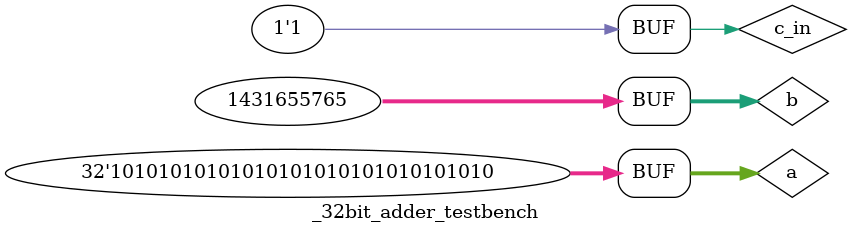
<source format=v>
`define DELAY 20
module _32bit_adder_testbench();

reg [31:0] a;
reg [31:0] b;
reg c_in;
wire [31:0] sum;
wire c_out;

_32bit_adder fa(sum,c_out,a,b,c_in);

initial begin
a = 32'b11111111111111111111111111111111; b = 32'b11111111111111111111111111111111; c_in = 1'b1;
#`DELAY;
a = 32'b10000000000000000000000000000000; b = 32'b10000000000000000000000000000000; c_in = 1'b0;
#`DELAY;
a = 32'b10101010101010101010101010101010; b = 32'b01010101010101010101010101010101; c_in = 1'b0;
#`DELAY;
a = 32'b10101010101010101010101010101010; b = 32'b01010101010101010101010101010101; c_in = 1'b1;
end

initial begin
$monitor("time = %2d, a= %32b, b= %32b, c_in=%1b, sum= %32b, c_out=%1b", $time, a, b, c_in, sum, c_out);
end

endmodule
</source>
